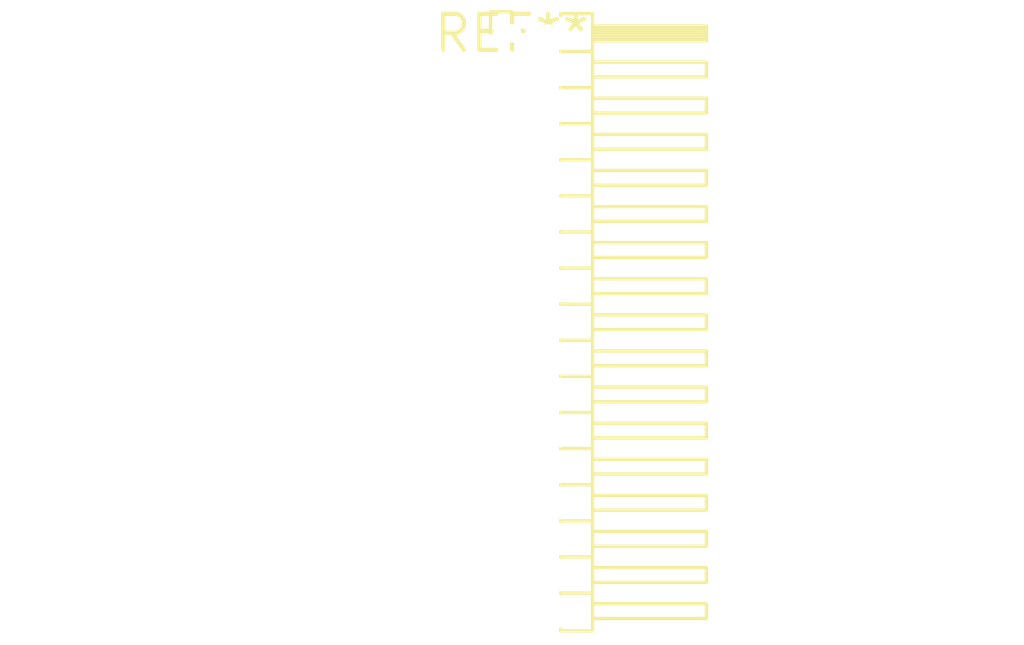
<source format=kicad_pcb>
(kicad_pcb (version 20240108) (generator pcbnew)
  (layers (0 "F.Cu" signal) (31 "B.Cu" signal) (34 "B.Paste" user) (35 "F.Paste" user) (36 "B.SilkS" user "B.Silkscreen") (37 "F.SilkS" user "F.Silkscreen") (38 "B.Mask" user) (39 "F.Mask" user) (44 "Edge.Cuts" user))
  (net 0 "")
  (footprint "PinHeader_2x17_P1.27mm_Horizontal" (layer "F.Cu") (at 0 0)
    (property "Reference" "REF**")
    (property "Value" "PinHeader_2x17_P1.27mm_Horizontal")
    (fp_line (start -0.76 -0.76) (end 0 -0.76) (layer "F.SilkS") (stroke (width 0.12)))
    (fp_line (start -0.76 0) (end -0.76 -0.76) (layer "F.SilkS") (stroke (width 0.12)))
    (fp_line (start 1.71 -0.695) (end 2.83 -0.695) (layer "F.SilkS") (stroke (width 0.12)))
    (fp_line (start 1.71 -0.619677) (end 1.71 -0.695) (layer "F.SilkS") (stroke (width 0.12)))
    (fp_line (start 1.71 0.619677) (end 1.71 0.650323) (layer "F.SilkS") (stroke (width 0.12)))
    (fp_line (start 1.71 0.635) (end 2.83 0.635) (layer "F.SilkS") (stroke (width 0.12)))
    (fp_line (start 1.71 1.889677) (end 1.71 1.920323) (layer "F.SilkS") (stroke (width 0.12)))
    (fp_line (start 1.71 1.905) (end 2.83 1.905) (layer "F.SilkS") (stroke (width 0.12)))
    (fp_line (start 1.71 3.159677) (end 1.71 3.190323) (layer "F.SilkS") (stroke (width 0.12)))
    (fp_line (start 1.71 3.175) (end 2.83 3.175) (layer "F.SilkS") (stroke (width 0.12)))
    (fp_line (start 1.71 4.429677) (end 1.71 4.460323) (layer "F.SilkS") (stroke (width 0.12)))
    (fp_line (start 1.71 4.445) (end 2.83 4.445) (layer "F.SilkS") (stroke (width 0.12)))
    (fp_line (start 1.71 5.699677) (end 1.71 5.730323) (layer "F.SilkS") (stroke (width 0.12)))
    (fp_line (start 1.71 5.715) (end 2.83 5.715) (layer "F.SilkS") (stroke (width 0.12)))
    (fp_line (start 1.71 6.969677) (end 1.71 7.000323) (layer "F.SilkS") (stroke (width 0.12)))
    (fp_line (start 1.71 6.985) (end 2.83 6.985) (layer "F.SilkS") (stroke (width 0.12)))
    (fp_line (start 1.71 8.239677) (end 1.71 8.270323) (layer "F.SilkS") (stroke (width 0.12)))
    (fp_line (start 1.71 8.255) (end 2.83 8.255) (layer "F.SilkS") (stroke (width 0.12)))
    (fp_line (start 1.71 9.509677) (end 1.71 9.540323) (layer "F.SilkS") (stroke (width 0.12)))
    (fp_line (start 1.71 9.525) (end 2.83 9.525) (layer "F.SilkS") (stroke (width 0.12)))
    (fp_line (start 1.71 10.779677) (end 1.71 10.810323) (layer "F.SilkS") (stroke (width 0.12)))
    (fp_line (start 1.71 10.795) (end 2.83 10.795) (layer "F.SilkS") (stroke (width 0.12)))
    (fp_line (start 1.71 12.049677) (end 1.71 12.080323) (layer "F.SilkS") (stroke (width 0.12)))
    (fp_line (start 1.71 12.065) (end 2.83 12.065) (layer "F.SilkS") (stroke (width 0.12)))
    (fp_line (start 1.71 13.319677) (end 1.71 13.350323) (layer "F.SilkS") (stroke (width 0.12)))
    (fp_line (start 1.71 13.335) (end 2.83 13.335) (layer "F.SilkS") (stroke (width 0.12)))
    (fp_line (start 1.71 14.589677) (end 1.71 14.620323) (layer "F.SilkS") (stroke (width 0.12)))
    (fp_line (start 1.71 14.605) (end 2.83 14.605) (layer "F.SilkS") (stroke (width 0.12)))
    (fp_line (start 1.71 15.859677) (end 1.71 15.890323) (layer "F.SilkS") (stroke (width 0.12)))
    (fp_line (start 1.71 15.875) (end 2.83 15.875) (layer "F.SilkS") (stroke (width 0.12)))
    (fp_line (start 1.71 17.129677) (end 1.71 17.160323) (layer "F.SilkS") (stroke (width 0.12)))
    (fp_line (start 1.71 17.145) (end 2.83 17.145) (layer "F.SilkS") (stroke (width 0.12)))
    (fp_line (start 1.71 18.399677) (end 1.71 18.430323) (layer "F.SilkS") (stroke (width 0.12)))
    (fp_line (start 1.71 18.415) (end 2.83 18.415) (layer "F.SilkS") (stroke (width 0.12)))
    (fp_line (start 1.71 19.669677) (end 1.71 19.700323) (layer "F.SilkS") (stroke (width 0.12)))
    (fp_line (start 1.71 19.685) (end 2.83 19.685) (layer "F.SilkS") (stroke (width 0.12)))
    (fp_line (start 1.71 21.015) (end 1.71 20.939677) (layer "F.SilkS") (stroke (width 0.12)))
    (fp_line (start 2.83 -0.695) (end 2.83 21.015) (layer "F.SilkS") (stroke (width 0.12)))
    (fp_line (start 2.83 -0.26) (end 6.83 -0.26) (layer "F.SilkS") (stroke (width 0.12)))
    (fp_line (start 2.83 -0.2) (end 6.83 -0.2) (layer "F.SilkS") (stroke (width 0.12)))
    (fp_line (start 2.83 -0.08) (end 6.83 -0.08) (layer "F.SilkS") (stroke (width 0.12)))
    (fp_line (start 2.83 0.04) (end 6.83 0.04) (layer "F.SilkS") (stroke (width 0.12)))
    (fp_line (start 2.83 0.16) (end 6.83 0.16) (layer "F.SilkS") (stroke (width 0.12)))
    (fp_line (start 2.83 1.01) (end 6.83 1.01) (layer "F.SilkS") (stroke (width 0.12)))
    (fp_line (start 2.83 2.28) (end 6.83 2.28) (layer "F.SilkS") (stroke (width 0.12)))
    (fp_line (start 2.83 3.55) (end 6.83 3.55) (layer "F.SilkS") (stroke (width 0.12)))
    (fp_line (start 2.83 4.82) (end 6.83 4.82) (layer "F.SilkS") (stroke (width 0.12)))
    (fp_line (start 2.83 6.09) (end 6.83 6.09) (layer "F.SilkS") (stroke (width 0.12)))
    (fp_line (start 2.83 7.36) (end 6.83 7.36) (layer "F.SilkS") (stroke (width 0.12)))
    (fp_line (start 2.83 8.63) (end 6.83 8.63) (layer "F.SilkS") (stroke (width 0.12)))
    (fp_line (start 2.83 9.9) (end 6.83 9.9) (layer "F.SilkS") (stroke (width 0.12)))
    (fp_line (start 2.83 11.17) (end 6.83 11.17) (layer "F.SilkS") (stroke (width 0.12)))
    (fp_line (start 2.83 12.44) (end 6.83 12.44) (layer "F.SilkS") (stroke (width 0.12)))
    (fp_line (start 2.83 13.71) (end 6.83 13.71) (layer "F.SilkS") (stroke (width 0.12)))
    (fp_line (start 2.83 14.98) (end 6.83 14.98) (layer "F.SilkS") (stroke (width 0.12)))
    (fp_line (start 2.83 16.25) (end 6.83 16.25) (layer "F.SilkS") (stroke (width 0.12)))
    (fp_line (start 2.83 17.52) (end 6.83 17.52) (layer "F.SilkS") (stroke (width 0.12)))
    (fp_line (start 2.83 18.79) (end 6.83 18.79) (layer "F.SilkS") (stroke (width 0.12)))
    (fp_line (start 2.83 20.06) (end 6.83 20.06) (layer "F.SilkS") (stroke (width 0.12)))
    (fp_line (start 2.83 21.015) (end 1.71 21.015) (layer "F.SilkS") (stroke (width 0.12)))
    (fp_line (start 6.83 -0.26) (end 6.83 0.26) (layer "F.SilkS") (stroke (width 0.12)))
    (fp_line (start 6.83 0.26) (end 2.83 0.26) (layer "F.SilkS") (stroke (width 0.12)))
    (fp_line (start 6.83 1.01) (end 6.83 1.53) (layer "F.SilkS") (stroke (width 0.12)))
    (fp_line (start 6.83 1.53) (end 2.83 1.53) (layer "F.SilkS") (stroke (width 0.12)))
    (fp_line (start 6.83 2.28) (end 6.83 2.8) (layer "F.SilkS") (stroke (width 0.12)))
    (fp_line (start 6.83 2.8) (end 2.83 2.8) (layer "F.SilkS") (stroke (width 0.12)))
    (fp_line (start 6.83 3.55) (end 6.83 4.07) (layer "F.SilkS") (stroke (width 0.12)))
    (fp_line (start 6.83 4.07) (end 2.83 4.07) (layer "F.SilkS") (stroke (width 0.12)))
    (fp_line (start 6.83 4.82) (end 6.83 5.34) (layer "F.SilkS") (stroke (width 0.12)))
    (fp_line (start 6.83 5.34) (end 2.83 5.34) (layer "F.SilkS") (stroke (width 0.12)))
    (fp_line (start 6.83 6.09) (end 6.83 6.61) (layer "F.SilkS") (stroke (width 0.12)))
    (fp_line (start 6.83 6.61) (end 2.83 6.61) (layer "F.SilkS") (stroke (width 0.12)))
    (fp_line (start 6.83 7.36) (end 6.83 7.88) (layer "F.SilkS") (stroke (width 0.12)))
    (fp_line (start 6.83 7.88) (end 2.83 7.88) (layer "F.SilkS") (stroke (width 0.12)))
    (fp_line (start 6.83 8.63) (end 6.83 9.15) (layer "F.SilkS") (stroke (width 0.12)))
    (fp_line (start 6.83 9.15) (end 2.83 9.15) (layer "F.SilkS") (stroke (width 0.12)))
    (fp_line (start 6.83 9.9) (end 6.83 10.42) (layer "F.SilkS") (stroke (width 0.12)))
    (fp_line (start 6.83 10.42) (end 2.83 10.42) (layer "F.SilkS") (stroke (width 0.12)))
    (fp_line (start 6.83 11.17) (end 6.83 11.69) (layer "F.SilkS") (stroke (width 0.12)))
    (fp_line (start 6.83 11.69) (end 2.83 11.69) (layer "F.SilkS") (stroke (width 0.12)))
    (fp_line (start 6.83 12.44) (end 6.83 12.96) (layer "F.SilkS") (stroke (width 0.12)))
    (fp_line (start 6.83 12.96) (end 2.83 12.96) (layer "F.SilkS") (stroke (width 0.12)))
    (fp_line (start 6.83 13.71) (end 6.83 14.23) (layer "F.SilkS") (stroke (width 0.12)))
    (fp_line (start 6.83 14.23) (end 2.83 14.23) (layer "F.SilkS") (stroke (width 0.12)))
    (fp_line (start 6.83 14.98) (end 6.83 15.5) (layer "F.SilkS") (stroke (width 0.12)))
    (fp_line (start 6.83 15.5) (end 2.83 15.5) (layer "F.SilkS") (stroke (width 0.12)))
    (fp_line (start 6.83 16.25) (end 6.83 16.77) (layer "F.SilkS") (stroke (width 0.12)))
    (fp_line (start 6.83 16.77) (end 2.83 16.77) (layer "F.SilkS") (stroke (width 0.12)))
    (fp_line (start 6.83 17.52) (end 6.83 18.04) (layer "F.SilkS") (stroke (width 0.12)))
    (fp_line (start 6.83 18.04) (end 2.83 18.04) (layer "F.SilkS") (stroke (width 0.12)))
    (fp_line (start 6.83 18.79) (end 6.83 19.31) (layer "F.SilkS") (stroke (width 0.12)))
    (fp_line (start 6.83 19.31) (end 2.83 19.31) (layer "F.SilkS") (stroke (width 0.12)))
    (fp_line (start 6.83 20.06) (end 6.83 20.58) (layer "F.SilkS") (stroke (width 0.12)))
    (fp_line (start 6.83 20.58) (end 2.83 20.58) (layer "F.SilkS") (stroke (width 0.12)))
    (pad "1" thru_hole rect (at 0 0) (size 1 1) (drill 0.65) (layers *.Cu *.Mask) (remove_unused_layers))
    (pad "2" thru_hole oval (at 1.27 0) (size 1 1) (drill 0.65) (layers *.Cu *.Mask) (remove_unused_layers))
    (pad "3" thru_hole oval (at 0 1.27) (size 1 1) (drill 0.65) (layers *.Cu *.Mask) (remove_unused_layers))
    (pad "4" thru_hole oval (at 1.27 1.27) (size 1 1) (drill 0.65) (layers *.Cu *.Mask) (remove_unused_layers))
    (pad "5" thru_hole oval (at 0 2.54) (size 1 1) (drill 0.65) (layers *.Cu *.Mask) (remove_unused_layers))
    (pad "6" thru_hole oval (at 1.27 2.54) (size 1 1) (drill 0.65) (layers *.Cu *.Mask) (remove_unused_layers))
    (pad "7" thru_hole oval (at 0 3.81) (size 1 1) (drill 0.65) (layers *.Cu *.Mask) (remove_unused_layers))
    (pad "8" thru_hole oval (at 1.27 3.81) (size 1 1) (drill 0.65) (layers *.Cu *.Mask) (remove_unused_layers))
    (pad "9" thru_hole oval (at 0 5.08) (size 1 1) (drill 0.65) (layers *.Cu *.Mask) (remove_unused_layers))
    (pad "10" thru_hole oval (at 1.27 5.08) (size 1 1) (drill 0.65) (layers *.Cu *.Mask) (remove_unused_layers))
    (pad "11" thru_hole oval (at 0 6.35) (size 1 1) (drill 0.65) (layers *.Cu *.Mask) (remove_unused_layers))
    (pad "12" thru_hole oval (at 1.27 6.35) (size 1 1) (drill 0.65) (layers *.Cu *.Mask) (remove_unused_layers))
    (pad "13" thru_hole oval (at 0 7.62) (size 1 1) (drill 0.65) (layers *.Cu *.Mask) (remove_unused_layers))
    (pad "14" thru_hole oval (at 1.27 7.62) (size 1 1) (drill 0.65) (layers *.Cu *.Mask) (remove_unused_layers))
    (pad "15" thru_hole oval (at 0 8.89) (size 1 1) (drill 0.65) (layers *.Cu *.Mask) (remove_unused_layers))
    (pad "16" thru_hole oval (at 1.27 8.89) (size 1 1) (drill 0.65) (layers *.Cu *.Mask) (remove_unused_layers))
    (pad "17" thru_hole oval (at 0 10.16) (size 1 1) (drill 0.65) (layers *.Cu *.Mask) (remove_unused_layers))
    (pad "18" thru_hole oval (at 1.27 10.16) (size 1 1) (drill 0.65) (layers *.Cu *.Mask) (remove_unused_layers))
    (pad "19" thru_hole oval (at 0 11.43) (size 1 1) (drill 0.65) (layers *.Cu *.Mask) (remove_unused_layers))
    (pad "20" thru_hole oval (at 1.27 11.43) (size 1 1) (drill 0.65) (layers *.Cu *.Mask) (remove_unused_layers))
    (pad "21" thru_hole oval (at 0 12.7) (size 1 1) (drill 0.65) (layers *.Cu *.Mask) (remove_unused_layers))
    (pad "22" thru_hole oval (at 1.27 12.7) (size 1 1) (drill 0.65) (layers *.Cu *.Mask) (remove_unused_layers))
    (pad "23" thru_hole oval (at 0 13.97) (size 1 1) (drill 0.65) (layers *.Cu *.Mask) (remove_unused_layers))
    (pad "24" thru_hole oval (at 1.27 13.97) (size 1 1) (drill 0.65) (layers *.Cu *.Mask) (remove_unused_layers))
    (pad "25" thru_hole oval (at 0 15.24) (size 1 1) (drill 0.65) (layers *.Cu *.Mask) (remove_unused_layers))
    (pad "26" thru_hole oval (at 1.27 15.24) (size 1 1) (drill 0.65) (layers *.Cu *.Mask) (remove_unused_layers))
    (pad "27" thru_hole oval (at 0 16.51) (size 1 1) (drill 0.65) (layers *.Cu *.Mask) (remove_unused_layers))
    (pad "28" thru_hole oval (at 1.27 16.51) (size 1 1) (drill 0.65) (layers *.Cu *.Mask) (remove_unused_layers))
    (pad "29" thru_hole oval (at 0 17.78) (size 1 1) (drill 0.65) (layers *.Cu *.Mask) (remove_unused_layers))
    (pad "30" thru_hole oval (at 1.27 17.78) (size 1 1) (drill 0.65) (layers *.Cu *.Mask) (remove_unused_layers))
    (pad "31" thru_hole oval (at 0 19.05) (size 1 1) (drill 0.65) (layers *.Cu *.Mask) (remove_unused_layers))
    (pad "32" thru_hole oval (at 1.27 19.05) (size 1 1) (drill 0.65) (layers *.Cu *.Mask) (remove_unused_layers))
    (pad "33" thru_hole oval (at 0 20.32) (size 1 1) (drill 0.65) (layers *.Cu *.Mask) (remove_unused_layers))
    (pad "34" thru_hole oval (at 1.27 20.32) (size 1 1) (drill 0.65) (layers *.Cu *.Mask) (remove_unused_layers))
  )
)
</source>
